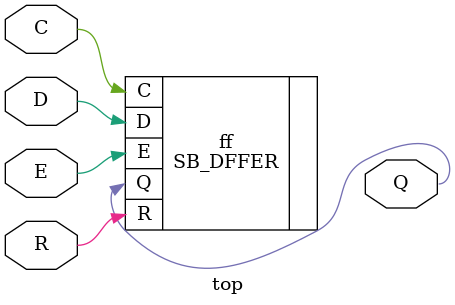
<source format=v>
module top (input C, D, E, R, output Q);
	SB_DFFER ff (.C(C), .D(D), .E(E), .R(R), .Q(Q));
endmodule

</source>
